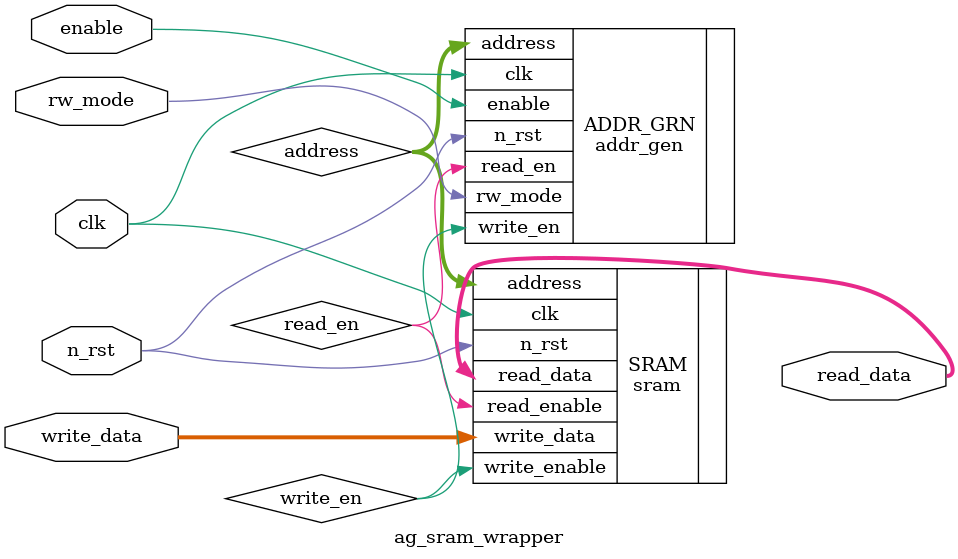
<source format=sv>
module ag_sram_wrapper(
	input wire clk,
	input wire n_rst,
	input wire enable,
	input wire rw_mode,
	input wire [7:0] write_data,
	output wire [7:0] read_data
	);
	
	reg [15:0] address;
	reg write_en;
	reg read_en;

	addr_gen ADDR_GRN(
		.clk(clk),
		.n_rst(n_rst),
		.enable(enable),
		.rw_mode(rw_mode),
		.address(address),
		.write_en(write_en),
		.read_en(read_en)
		);
	sram SRAM(
		.clk(clk),
		.n_rst(n_rst),
		.read_enable(read_en),
		.write_enable(write_en),
		.address(address),
		.read_data(read_data),
		.write_data(write_data)
		);
	endmodule

</source>
